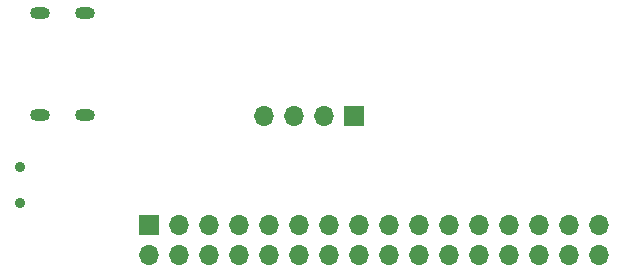
<source format=gbr>
%TF.GenerationSoftware,KiCad,Pcbnew,8.0.5*%
%TF.CreationDate,2024-09-24T02:20:12-04:00*%
%TF.ProjectId,ble_mcu_test_board,626c655f-6d63-4755-9f74-6573745f626f,rev?*%
%TF.SameCoordinates,Original*%
%TF.FileFunction,Soldermask,Bot*%
%TF.FilePolarity,Negative*%
%FSLAX46Y46*%
G04 Gerber Fmt 4.6, Leading zero omitted, Abs format (unit mm)*
G04 Created by KiCad (PCBNEW 8.0.5) date 2024-09-24 02:20:12*
%MOMM*%
%LPD*%
G01*
G04 APERTURE LIST*
%ADD10C,0.900000*%
%ADD11R,1.700000X1.700000*%
%ADD12O,1.700000X1.700000*%
%ADD13O,1.700000X1.000000*%
G04 APERTURE END LIST*
D10*
%TO.C,SW1*%
X114050000Y-97300000D03*
X114050000Y-94300000D03*
%TD*%
D11*
%TO.C,J2*%
X142350000Y-89900000D03*
D12*
X139810000Y-89900000D03*
X137270000Y-89900000D03*
X134730000Y-89900000D03*
%TD*%
D11*
%TO.C,J1*%
X124960000Y-99210000D03*
D12*
X124960000Y-101750000D03*
X127500000Y-99210000D03*
X127500000Y-101750000D03*
X130040000Y-99210000D03*
X130040000Y-101750000D03*
X132580000Y-99210000D03*
X132580000Y-101750000D03*
X135120000Y-99210000D03*
X135120000Y-101750000D03*
X137660000Y-99210000D03*
X137660000Y-101750000D03*
X140200000Y-99210000D03*
X140200000Y-101750000D03*
X142740000Y-99210000D03*
X142740000Y-101750000D03*
X145280000Y-99210000D03*
X145280000Y-101750000D03*
X147820000Y-99210000D03*
X147820000Y-101750000D03*
X150360000Y-99210000D03*
X150360000Y-101750000D03*
X152900000Y-99210000D03*
X152900000Y-101750000D03*
X155440000Y-99210000D03*
X155440000Y-101750000D03*
X157980000Y-99210000D03*
X157980000Y-101750000D03*
X160520000Y-99210000D03*
X160520000Y-101750000D03*
X163060000Y-99210000D03*
X163060000Y-101750000D03*
%TD*%
D13*
%TO.C,J3*%
X119500000Y-81180000D03*
X115700000Y-81180000D03*
X119500000Y-89820000D03*
X115700000Y-89820000D03*
%TD*%
M02*

</source>
